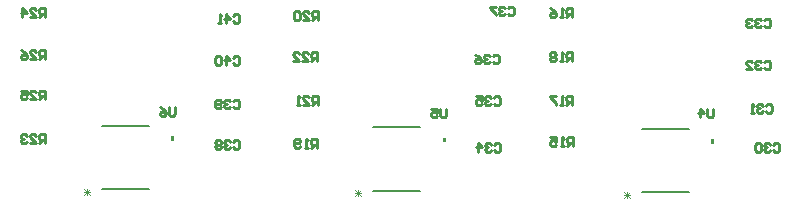
<source format=gbo>
G04*
G04 #@! TF.GenerationSoftware,Altium Limited,Altium Designer,18.1.7 (191)*
G04*
G04 Layer_Color=32896*
%FSLAX25Y25*%
%MOIN*%
G70*
G01*
G75*
%ADD11C,0.01000*%
%ADD76C,0.00600*%
%ADD95C,0.00300*%
G36*
X281400Y409765D02*
X282400D01*
Y411266D01*
X281400D01*
Y409765D01*
D02*
G37*
G36*
X371900Y409266D02*
X372900D01*
Y410766D01*
X371900D01*
Y409266D01*
D02*
G37*
G36*
X461400Y408766D02*
X462400D01*
Y410265D01*
X461400D01*
Y408766D01*
D02*
G37*
D11*
X462000Y420499D02*
Y418000D01*
X461500Y417500D01*
X460500D01*
X460001Y418000D01*
Y420499D01*
X457502Y417500D02*
Y420499D01*
X459001Y418999D01*
X457002D01*
X282500Y420999D02*
Y418500D01*
X282000Y418000D01*
X281000D01*
X280501Y418500D01*
Y420999D01*
X277502D02*
X278501Y420499D01*
X279501Y419499D01*
Y418500D01*
X279001Y418000D01*
X278001D01*
X277502Y418500D01*
Y419000D01*
X278001Y419499D01*
X279501D01*
X373000Y420499D02*
Y418000D01*
X372500Y417500D01*
X371500D01*
X371001Y418000D01*
Y420499D01*
X368002D02*
X370001D01*
Y418999D01*
X369001Y419499D01*
X368501D01*
X368002Y418999D01*
Y418000D01*
X368501Y417500D01*
X369501D01*
X370001Y418000D01*
X239100Y436900D02*
Y439899D01*
X237600D01*
X237101Y439399D01*
Y438400D01*
X237600Y437900D01*
X239100D01*
X238100D02*
X237101Y436900D01*
X234102D02*
X236101D01*
X234102Y438899D01*
Y439399D01*
X234601Y439899D01*
X235601D01*
X236101Y439399D01*
X231103Y439899D02*
X232102Y439399D01*
X233102Y438400D01*
Y437400D01*
X232602Y436900D01*
X231602D01*
X231103Y437400D01*
Y437900D01*
X231602Y438400D01*
X233102D01*
X239100Y423500D02*
Y426499D01*
X237600D01*
X237101Y425999D01*
Y425000D01*
X237600Y424500D01*
X239100D01*
X238100D02*
X237101Y423500D01*
X234102D02*
X236101D01*
X234102Y425499D01*
Y425999D01*
X234601Y426499D01*
X235601D01*
X236101Y425999D01*
X231103Y426499D02*
X233102D01*
Y425000D01*
X232102Y425499D01*
X231602D01*
X231103Y425000D01*
Y424000D01*
X231602Y423500D01*
X232602D01*
X233102Y424000D01*
X239100Y451000D02*
Y453999D01*
X237600D01*
X237101Y453499D01*
Y452499D01*
X237600Y452000D01*
X239100D01*
X238100D02*
X237101Y451000D01*
X234102D02*
X236101D01*
X234102Y452999D01*
Y453499D01*
X234601Y453999D01*
X235601D01*
X236101Y453499D01*
X231602Y451000D02*
Y453999D01*
X233102Y452499D01*
X231103D01*
X239100Y408900D02*
Y411899D01*
X237600D01*
X237101Y411399D01*
Y410399D01*
X237600Y409900D01*
X239100D01*
X238100D02*
X237101Y408900D01*
X234102D02*
X236101D01*
X234102Y410899D01*
Y411399D01*
X234601Y411899D01*
X235601D01*
X236101Y411399D01*
X233102D02*
X232602Y411899D01*
X231602D01*
X231103Y411399D01*
Y410899D01*
X231602Y410399D01*
X232102D01*
X231602D01*
X231103Y409900D01*
Y409400D01*
X231602Y408900D01*
X232602D01*
X233102Y409400D01*
X330000Y436300D02*
Y439299D01*
X328501D01*
X328001Y438799D01*
Y437800D01*
X328501Y437300D01*
X330000D01*
X329000D02*
X328001Y436300D01*
X325002D02*
X327001D01*
X325002Y438299D01*
Y438799D01*
X325501Y439299D01*
X326501D01*
X327001Y438799D01*
X322003Y436300D02*
X324002D01*
X322003Y438299D01*
Y438799D01*
X322502Y439299D01*
X323502D01*
X324002Y438799D01*
X330200Y421800D02*
Y424799D01*
X328700D01*
X328201Y424299D01*
Y423300D01*
X328700Y422800D01*
X330200D01*
X329200D02*
X328201Y421800D01*
X325202D02*
X327201D01*
X325202Y423799D01*
Y424299D01*
X325701Y424799D01*
X326701D01*
X327201Y424299D01*
X324202Y421800D02*
X323202D01*
X323702D01*
Y424799D01*
X324202Y424299D01*
X330100Y449900D02*
Y452899D01*
X328601D01*
X328101Y452399D01*
Y451400D01*
X328601Y450900D01*
X330100D01*
X329100D02*
X328101Y449900D01*
X325102D02*
X327101D01*
X325102Y451899D01*
Y452399D01*
X325602Y452899D01*
X326601D01*
X327101Y452399D01*
X324102D02*
X323602Y452899D01*
X322602D01*
X322103Y452399D01*
Y450400D01*
X322602Y449900D01*
X323602D01*
X324102Y450400D01*
Y452399D01*
X329900Y407400D02*
Y410399D01*
X328400D01*
X327901Y409899D01*
Y408899D01*
X328400Y408400D01*
X329900D01*
X328900D02*
X327901Y407400D01*
X326901D02*
X325901D01*
X326401D01*
Y410399D01*
X326901Y409899D01*
X324402Y407900D02*
X323902Y407400D01*
X322902D01*
X322402Y407900D01*
Y409899D01*
X322902Y410399D01*
X323902D01*
X324402Y409899D01*
Y409399D01*
X323902Y408899D01*
X322402D01*
X415000Y436300D02*
Y439299D01*
X413500D01*
X413001Y438799D01*
Y437800D01*
X413500Y437300D01*
X415000D01*
X414000D02*
X413001Y436300D01*
X412001D02*
X411001D01*
X411501D01*
Y439299D01*
X412001Y438799D01*
X409502D02*
X409002Y439299D01*
X408002D01*
X407502Y438799D01*
Y438299D01*
X408002Y437800D01*
X407502Y437300D01*
Y436800D01*
X408002Y436300D01*
X409002D01*
X409502Y436800D01*
Y437300D01*
X409002Y437800D01*
X409502Y438299D01*
Y438799D01*
X409002Y437800D02*
X408002D01*
X415000Y421800D02*
Y424799D01*
X413500D01*
X413001Y424299D01*
Y423300D01*
X413500Y422800D01*
X415000D01*
X414000D02*
X413001Y421800D01*
X412001D02*
X411001D01*
X411501D01*
Y424799D01*
X412001Y424299D01*
X409502Y424799D02*
X407502D01*
Y424299D01*
X409502Y422300D01*
Y421800D01*
X415000Y450900D02*
Y453899D01*
X413500D01*
X413001Y453399D01*
Y452399D01*
X413500Y451900D01*
X415000D01*
X414000D02*
X413001Y450900D01*
X412001D02*
X411001D01*
X411501D01*
Y453899D01*
X412001Y453399D01*
X407502Y453899D02*
X408502Y453399D01*
X409502Y452399D01*
Y451400D01*
X409002Y450900D01*
X408002D01*
X407502Y451400D01*
Y451900D01*
X408002Y452399D01*
X409502D01*
X415100Y407900D02*
Y410899D01*
X413600D01*
X413101Y410399D01*
Y409400D01*
X413600Y408900D01*
X415100D01*
X414100D02*
X413101Y407900D01*
X412101D02*
X411101D01*
X411601D01*
Y410899D01*
X412101Y410399D01*
X407602Y410899D02*
X409602D01*
Y409400D01*
X408602Y409899D01*
X408102D01*
X407602Y409400D01*
Y408400D01*
X408102Y407900D01*
X409102D01*
X409602Y408400D01*
X302001Y451499D02*
X302501Y451999D01*
X303500D01*
X304000Y451499D01*
Y449500D01*
X303500Y449000D01*
X302501D01*
X302001Y449500D01*
X299501Y449000D02*
Y451999D01*
X301001Y450499D01*
X299002D01*
X298002Y449000D02*
X297002D01*
X297502D01*
Y451999D01*
X298002Y451499D01*
X302001Y437499D02*
X302501Y437999D01*
X303500D01*
X304000Y437499D01*
Y435500D01*
X303500Y435000D01*
X302501D01*
X302001Y435500D01*
X299501Y435000D02*
Y437999D01*
X301001Y436500D01*
X299002D01*
X298002Y437499D02*
X297502Y437999D01*
X296502D01*
X296003Y437499D01*
Y435500D01*
X296502Y435000D01*
X297502D01*
X298002Y435500D01*
Y437499D01*
X302001Y422999D02*
X302501Y423499D01*
X303500D01*
X304000Y422999D01*
Y421000D01*
X303500Y420500D01*
X302501D01*
X302001Y421000D01*
X301001Y422999D02*
X300501Y423499D01*
X299501D01*
X299002Y422999D01*
Y422499D01*
X299501Y422000D01*
X300001D01*
X299501D01*
X299002Y421500D01*
Y421000D01*
X299501Y420500D01*
X300501D01*
X301001Y421000D01*
X298002D02*
X297502Y420500D01*
X296502D01*
X296003Y421000D01*
Y422999D01*
X296502Y423499D01*
X297502D01*
X298002Y422999D01*
Y422499D01*
X297502Y422000D01*
X296003D01*
X302001Y409499D02*
X302501Y409999D01*
X303500D01*
X304000Y409499D01*
Y407500D01*
X303500Y407000D01*
X302501D01*
X302001Y407500D01*
X301001Y409499D02*
X300501Y409999D01*
X299501D01*
X299002Y409499D01*
Y408999D01*
X299501Y408499D01*
X300001D01*
X299501D01*
X299002Y408000D01*
Y407500D01*
X299501Y407000D01*
X300501D01*
X301001Y407500D01*
X298002Y409499D02*
X297502Y409999D01*
X296502D01*
X296003Y409499D01*
Y408999D01*
X296502Y408499D01*
X296003Y408000D01*
Y407500D01*
X296502Y407000D01*
X297502D01*
X298002Y407500D01*
Y408000D01*
X297502Y408499D01*
X298002Y408999D01*
Y409499D01*
X297502Y408499D02*
X296502D01*
X393501Y453999D02*
X394001Y454499D01*
X395000D01*
X395500Y453999D01*
Y452000D01*
X395000Y451500D01*
X394001D01*
X393501Y452000D01*
X392501Y453999D02*
X392001Y454499D01*
X391002D01*
X390502Y453999D01*
Y453499D01*
X391002Y452999D01*
X391501D01*
X391002D01*
X390502Y452500D01*
Y452000D01*
X391002Y451500D01*
X392001D01*
X392501Y452000D01*
X389502Y454499D02*
X387503D01*
Y453999D01*
X389502Y452000D01*
Y451500D01*
X388501Y437999D02*
X389001Y438499D01*
X390000D01*
X390500Y437999D01*
Y436000D01*
X390000Y435500D01*
X389001D01*
X388501Y436000D01*
X387501Y437999D02*
X387001Y438499D01*
X386001D01*
X385502Y437999D01*
Y437499D01*
X386001Y437000D01*
X386501D01*
X386001D01*
X385502Y436500D01*
Y436000D01*
X386001Y435500D01*
X387001D01*
X387501Y436000D01*
X382503Y438499D02*
X383502Y437999D01*
X384502Y437000D01*
Y436000D01*
X384002Y435500D01*
X383002D01*
X382503Y436000D01*
Y436500D01*
X383002Y437000D01*
X384502D01*
X388801Y424099D02*
X389300Y424599D01*
X390300D01*
X390800Y424099D01*
Y422100D01*
X390300Y421600D01*
X389300D01*
X388801Y422100D01*
X387801Y424099D02*
X387301Y424599D01*
X386301D01*
X385802Y424099D01*
Y423599D01*
X386301Y423100D01*
X386801D01*
X386301D01*
X385802Y422600D01*
Y422100D01*
X386301Y421600D01*
X387301D01*
X387801Y422100D01*
X382803Y424599D02*
X384802D01*
Y423100D01*
X383802Y423599D01*
X383302D01*
X382803Y423100D01*
Y422100D01*
X383302Y421600D01*
X384302D01*
X384802Y422100D01*
X389001Y408499D02*
X389500Y408999D01*
X390500D01*
X391000Y408499D01*
Y406500D01*
X390500Y406000D01*
X389500D01*
X389001Y406500D01*
X388001Y408499D02*
X387501Y408999D01*
X386502D01*
X386002Y408499D01*
Y407999D01*
X386502Y407500D01*
X387001D01*
X386502D01*
X386002Y407000D01*
Y406500D01*
X386502Y406000D01*
X387501D01*
X388001Y406500D01*
X383502Y406000D02*
Y408999D01*
X385002Y407500D01*
X383003D01*
X479001Y449999D02*
X479500Y450499D01*
X480500D01*
X481000Y449999D01*
Y448000D01*
X480500Y447500D01*
X479500D01*
X479001Y448000D01*
X478001Y449999D02*
X477501Y450499D01*
X476502D01*
X476002Y449999D01*
Y449499D01*
X476502Y449000D01*
X477001D01*
X476502D01*
X476002Y448500D01*
Y448000D01*
X476502Y447500D01*
X477501D01*
X478001Y448000D01*
X475002Y449999D02*
X474502Y450499D01*
X473502D01*
X473003Y449999D01*
Y449499D01*
X473502Y449000D01*
X474002D01*
X473502D01*
X473003Y448500D01*
Y448000D01*
X473502Y447500D01*
X474502D01*
X475002Y448000D01*
X479001Y435999D02*
X479500Y436499D01*
X480500D01*
X481000Y435999D01*
Y434000D01*
X480500Y433500D01*
X479500D01*
X479001Y434000D01*
X478001Y435999D02*
X477501Y436499D01*
X476502D01*
X476002Y435999D01*
Y435499D01*
X476502Y435000D01*
X477001D01*
X476502D01*
X476002Y434500D01*
Y434000D01*
X476502Y433500D01*
X477501D01*
X478001Y434000D01*
X473003Y433500D02*
X475002D01*
X473003Y435499D01*
Y435999D01*
X473502Y436499D01*
X474502D01*
X475002Y435999D01*
X479501Y421499D02*
X480000Y421999D01*
X481000D01*
X481500Y421499D01*
Y419500D01*
X481000Y419000D01*
X480000D01*
X479501Y419500D01*
X478501Y421499D02*
X478001Y421999D01*
X477001D01*
X476502Y421499D01*
Y420999D01*
X477001Y420500D01*
X477501D01*
X477001D01*
X476502Y420000D01*
Y419500D01*
X477001Y419000D01*
X478001D01*
X478501Y419500D01*
X475502Y419000D02*
X474502D01*
X475002D01*
Y421999D01*
X475502Y421499D01*
X482001Y408499D02*
X482501Y408999D01*
X483500D01*
X484000Y408499D01*
Y406500D01*
X483500Y406000D01*
X482501D01*
X482001Y406500D01*
X481001Y408499D02*
X480501Y408999D01*
X479501D01*
X479002Y408499D01*
Y407999D01*
X479501Y407500D01*
X480001D01*
X479501D01*
X479002Y407000D01*
Y406500D01*
X479501Y406000D01*
X480501D01*
X481001Y406500D01*
X478002Y408499D02*
X477502Y408999D01*
X476502D01*
X476003Y408499D01*
Y406500D01*
X476502Y406000D01*
X477502D01*
X478002Y406500D01*
Y408499D01*
D76*
X258108Y414668D02*
X273892D01*
X258108Y393568D02*
X273892D01*
X348608Y414168D02*
X364392D01*
X348608Y393068D02*
X364392D01*
X438108Y413668D02*
X453892D01*
X438108Y392568D02*
X453892D01*
D95*
X252125Y391762D02*
X254124Y393762D01*
X252125D02*
X254124Y391762D01*
X252125Y392762D02*
X254124D01*
X253125Y393762D02*
Y391762D01*
X342625Y391262D02*
X344624Y393262D01*
X342625D02*
X344624Y391262D01*
X342625Y392262D02*
X344624D01*
X343625Y393262D02*
Y391262D01*
X432125Y390762D02*
X434124Y392762D01*
X432125D02*
X434124Y390762D01*
X432125Y391762D02*
X434124D01*
X433125Y392762D02*
Y390762D01*
M02*

</source>
